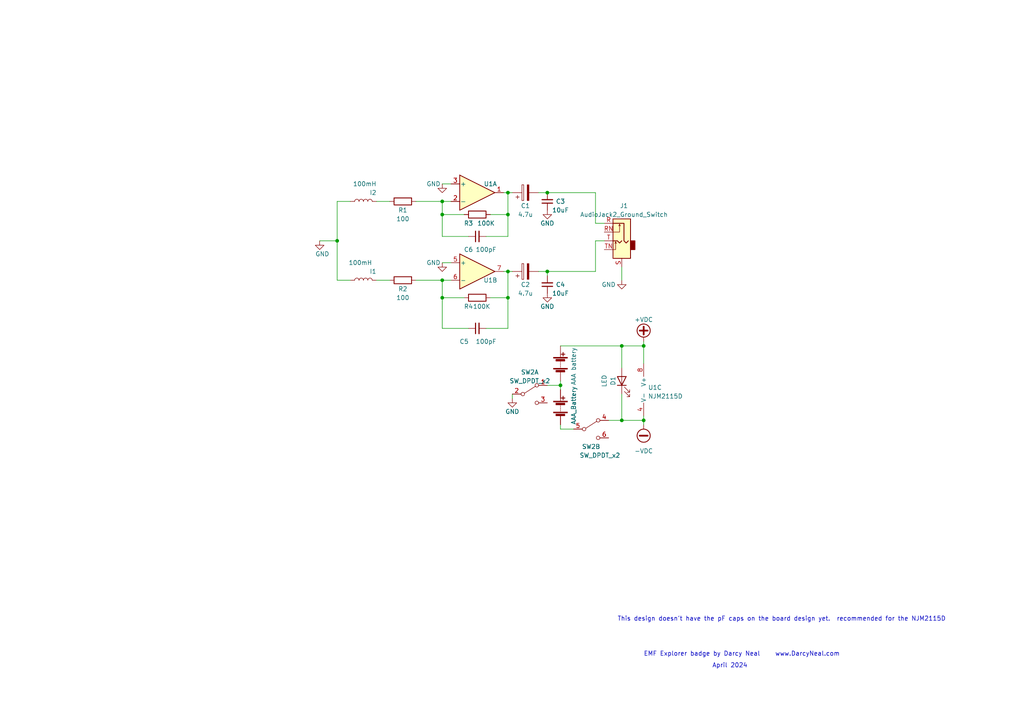
<source format=kicad_sch>
(kicad_sch (version 20230121) (generator eeschema)
  (paper "A4")
  (lib_symbols
    (symbol "Amplifier_Operational:LM358" (pin_names (offset 0.127))
      (property "Reference" "U" (at 0 5.08 0))
      (property "Value" "LM358" (at 0 -5.08 0))
      (symbol "LM358_1_1"
        (polyline (pts (xy -5.08 5.08) (xy 5.08 0) (xy -5.08 -5.08) (xy -5.08 5.08)) (stroke (width 0.254)) (fill (type background)))
        (pin output line (at 7.62 0 180) (length 2.54) (name "~") (number "1"))
        (pin input line (at -7.62 -2.54 0) (length 2.54) (name "-") (number "2"))
        (pin input line (at -7.62 2.54 0) (length 2.54) (name "+") (number "3"))
      )
      (symbol "LM358_2_1"
        (polyline (pts (xy -5.08 5.08) (xy 5.08 0) (xy -5.08 -5.08) (xy -5.08 5.08)) (stroke (width 0.254)) (fill (type background)))
        (pin input line (at -7.62 2.54 0) (length 2.54) (name "+") (number "5"))
        (pin input line (at -7.62 -2.54 0) (length 2.54) (name "-") (number "6"))
        (pin output line (at 7.62 0 180) (length 2.54) (name "~") (number "7"))
      )
      (symbol "LM358_3_1"
        (pin power_in line (at -2.54 -7.62 90) (length 3.81) (name "V-") (number "4"))
        (pin power_in line (at -2.54 7.62 270) (length 3.81) (name "V+") (number "8"))
      )
    )
    (symbol "Connector_Audio:AudioJack2_Ground_Switch"
      (property "Reference" "J1" (at -0.635 10.16 0))
      (property "Value" "AudioJack2_Ground_Switch" (at -0.635 7.62 0))
      (symbol "AudioJack2_Ground_Switch_0_1"
        (rectangle (start -2.54 -2.54) (end -3.81 0) (stroke (width 0.254)) (fill (type outline)))
        (rectangle (start 2.54 6.35) (end -2.54 -5.08) (stroke (width 0.254)) (fill (type background)))
      )
      (symbol "AudioJack2_Ground_Switch_1_1"
        (polyline (pts (xy 0.635 4.826) (xy 0.889 4.318)))
        (polyline (pts (xy 1.778 -0.254) (xy 2.032 -0.762)))
        (polyline (pts (xy 0 0) (xy 0.635 -0.635) (xy 1.27 0) (xy 2.54 0)) (stroke (width 0.254)))
        (polyline (pts (xy 2.54 -2.54) (xy 1.778 -2.54) (xy 1.778 -0.254) (xy 1.524 -0.762)))
        (polyline (pts (xy 2.54 2.54) (xy 0.635 2.54) (xy 0.635 4.826) (xy 0.381 4.318)))
        (polyline (pts (xy 2.54 5.08) (xy -0.635 5.08) (xy -0.635 0) (xy -1.27 -0.635) (xy -1.905 0)) (stroke (width 0.254)))
        (pin passive line (at 5.08 5.08 180) (length 2.54) (name "~") (number "R"))
        (pin passive line (at 5.08 2.54 180) (length 2.54) (name "~") (number "RN"))
        (pin passive line (at 0 -7.62 90) (length 2.54) (name "~") (number "S"))
        (pin passive line (at 5.08 0 180) (length 2.54) (name "~") (number "T"))
        (pin passive line (at 5.08 -2.54 180) (length 2.54) (name "~") (number "TN"))
      )
    )
    (symbol "Device:Battery" (pin_numbers hide) (pin_names (offset 0) hide)
      (property "Reference" "BT" (at 2.54 2.54 0))
      (property "Value" "Battery" (at 2.54 0 0))
      (symbol "Battery_0_1"
        (rectangle (start -2.032 -1.397) (end 2.032 -1.651) (fill (type outline)))
        (rectangle (start -2.032 1.778) (end 2.032 1.524) (fill (type outline)))
        (rectangle (start -1.3208 -1.9812) (end 1.27 -2.4892) (fill (type outline)))
        (rectangle (start -1.3208 1.1938) (end 1.27 0.6858) (fill (type outline)))
        (polyline (pts (xy 0 -1.524) (xy 0 -1.27)))
        (polyline (pts (xy 0 -1.016) (xy 0 -0.762)))
        (polyline (pts (xy 0 -0.508) (xy 0 -0.254)))
        (polyline (pts (xy 0 0) (xy 0 0.254)))
        (polyline (pts (xy 0 0.508) (xy 0 0.762)))
        (polyline (pts (xy 0 1.778) (xy 0 2.54)))
        (polyline (pts (xy 0.254 2.667) (xy 1.27 2.667)) (stroke (width 0.254)))
        (polyline (pts (xy 0.762 3.175) (xy 0.762 2.159)) (stroke (width 0.254)))
      )
      (symbol "Battery_1_1"
        (pin passive line (at 0 5.08 270) (length 2.54) (name "+") (number "1"))
        (pin passive line (at 0 -5.08 90) (length 2.54) (name "-") (number "2"))
      )
    )
    (symbol "Device:C_Polarized" (pin_numbers hide) (pin_names (offset 0.254))
      (property "Reference" "C" (at 0.635 2.54 0))
      (property "Value" "C_Polarized" (at 0.635 -2.54 0))
      (symbol "C_Polarized_0_1"
        (rectangle (start -2.286 0.508) (end 2.286 1.016))
        (polyline (pts (xy -1.778 2.286) (xy -0.762 2.286)))
        (polyline (pts (xy -1.27 2.794) (xy -1.27 1.778)))
        (rectangle (start 2.286 -0.508) (end -2.286 -1.016) (fill (type outline)))
      )
      (symbol "C_Polarized_1_1"
        (pin passive line (at 0 3.81 270) (length 2.794) (name "~") (number "1"))
        (pin passive line (at 0 -3.81 90) (length 2.794) (name "~") (number "2"))
      )
    )
    (symbol "Device:C_Small" (pin_numbers hide) (pin_names (offset 0.254) hide)
      (property "Reference" "C" (at 0.254 1.778 0))
      (property "Value" "C_Small" (at 0.254 -2.032 0))
      (symbol "C_Small_0_1"
        (polyline (pts (xy -1.524 -0.508) (xy 1.524 -0.508)) (stroke (width 0.3302)))
        (polyline (pts (xy -1.524 0.508) (xy 1.524 0.508)) (stroke (width 0.3048)))
      )
      (symbol "C_Small_1_1"
        (pin passive line (at 0 2.54 270) (length 2.032) (name "~") (number "1"))
        (pin passive line (at 0 -2.54 90) (length 2.032) (name "~") (number "2"))
      )
    )
    (symbol "Device:L" (pin_numbers hide) (pin_names (offset 1.016) hide)
      (property "Reference" "L" (at -1.27 0 90))
      (property "Value" "L" (at 1.905 0 90))
      (symbol "L_0_1"
        (arc (start 0 -2.54) (mid 0.6323 -1.905) (end 0 -1.27))
        (arc (start 0 -1.27) (mid 0.6323 -0.635) (end 0 0))
        (arc (start 0 0) (mid 0.6323 0.635) (end 0 1.27))
        (arc (start 0 1.27) (mid 0.6323 1.905) (end 0 2.54))
      )
      (symbol "L_1_1"
        (pin passive line (at 0 3.81 270) (length 1.27) (name "1") (number "1"))
        (pin passive line (at 0 -3.81 90) (length 1.27) (name "2") (number "2"))
      )
    )
    (symbol "Device:LED" (pin_numbers hide) (pin_names (offset 1.016) hide)
      (property "Reference" "D" (at 0 2.54 0))
      (property "Value" "LED" (at 0 -2.54 0))
      (symbol "LED_0_1"
        (polyline (pts (xy -1.27 -1.27) (xy -1.27 1.27)) (stroke (width 0.254)))
        (polyline (pts (xy -1.27 0) (xy 1.27 0)))
        (polyline (pts (xy 1.27 -1.27) (xy 1.27 1.27) (xy -1.27 0) (xy 1.27 -1.27)) (stroke (width 0.254)))
        (polyline (pts (xy -3.048 -0.762) (xy -4.572 -2.286) (xy -3.81 -2.286) (xy -4.572 -2.286) (xy -4.572 -1.524)))
        (polyline (pts (xy -1.778 -0.762) (xy -3.302 -2.286) (xy -2.54 -2.286) (xy -3.302 -2.286) (xy -3.302 -1.524)))
      )
      (symbol "LED_1_1"
        (pin passive line (at -3.81 0 0) (length 2.54) (name "K") (number "1"))
        (pin passive line (at 3.81 0 180) (length 2.54) (name "A") (number "2"))
      )
    )
    (symbol "Device:R" (pin_numbers hide) (pin_names (offset 0))
      (property "Reference" "R" (at 2.032 0 90))
      (property "Value" "R" (at 0 0 90))
      (symbol "R_0_1"
        (rectangle (start -1.016 -2.54) (end 1.016 2.54) (stroke (width 0.254)))
      )
      (symbol "R_1_1"
        (pin passive line (at 0 3.81 270) (length 1.27) (name "~") (number "1"))
        (pin passive line (at 0 -3.81 90) (length 1.27) (name "~") (number "2"))
      )
    )
    (symbol "SW_DPDT_x2_1" (pin_names (offset 0) hide)
      (property "Reference" "SW" (at 0 4.318 0))
      (property "Value" "SW_DPDT_x2" (at 0 -5.08 0))
      (symbol "SW_DPDT_x2_1_0_0"
        (circle (center -2.032 0) (radius 0.508))
        (circle (center 2.032 -2.54) (radius 0.508))
      )
      (symbol "SW_DPDT_x2_1_0_1"
        (polyline (pts (xy -1.524 0.254) (xy 1.651 2.286)))
        (circle (center 2.032 2.54) (radius 0.508))
      )
      (symbol "SW_DPDT_x2_1_1_1"
        (pin passive line (at 5.08 2.54 180) (length 2.54) (name "A") (number "1"))
        (pin passive line (at -5.08 0 0) (length 2.54) (name "B") (number "2"))
        (pin passive line (at 5.08 -2.54 180) (length 2.54) (name "C") (number "3"))
      )
      (symbol "SW_DPDT_x2_1_2_1"
        (pin passive line (at 5.08 2.54 180) (length 2.54) (name "A") (number "4"))
        (pin passive line (at -5.08 0 0) (length 2.54) (name "B") (number "5"))
        (pin passive line (at 5.08 -2.54 180) (length 2.54) (name "C") (number "6"))
      )
    )
    (symbol "power:+VDC" (power) (pin_names (offset 0))
      (property "Value" "+VDC" (at 0 6.35 0))
      (symbol "+VDC_0_1"
        (polyline (pts (xy -1.143 3.175) (xy 1.143 3.175)) (stroke (width 0.508)))
        (polyline (pts (xy 0 0) (xy 0 1.27)))
        (polyline (pts (xy 0 2.032) (xy 0 4.318)) (stroke (width 0.508)))
        (circle (center 0 3.175) (radius 1.905) (stroke (width 0.254)))
      )
      (symbol "+VDC_1_1"
        (pin power_in line (at 0 0 90) (length 0) hide (name "+VDC") (number "1"))
      )
    )
    (symbol "power:-VDC" (power) (pin_names (offset 0))
      (property "Value" "-VDC" (at 0 6.35 0))
      (symbol "-VDC_0_1"
        (polyline (pts (xy -1.143 3.175) (xy 1.143 3.175)) (stroke (width 0.508)))
        (polyline (pts (xy 0 0) (xy 0 1.27)))
        (circle (center 0 3.175) (radius 1.905) (stroke (width 0.254)))
      )
      (symbol "-VDC_1_1"
        (pin power_in line (at 0 0 90) (length 0) hide (name "-VDC") (number "1"))
      )
    )
    (symbol "power:GND" (power) (pin_names (offset 0))
      (property "Value" "GND" (at 0 -3.81 0))
      (symbol "GND_0_1"
        (polyline (pts (xy 0 0) (xy 0 -1.27) (xy 1.27 -1.27) (xy 0 -2.54) (xy -1.27 -1.27) (xy 0 -1.27)))
      )
      (symbol "GND_1_1"
        (pin power_in line (at 0 0 270) (length 0) hide (name "GND") (number "1"))
      )
    )
  )
  (junction (at 97.79 69.85))
  (junction (at 147.32 62.23))
  (junction (at 147.32 86.36))
  (junction (at 158.75 78.74))
  (junction (at 147.32 78.74))
  (junction (at 128.27 81.28))
  (junction (at 162.56 111.76))
  (junction (at 158.75 55.88))
  (junction (at 186.69 121.92))
  (junction (at 128.27 58.42))
  (junction (at 128.27 86.36))
  (junction (at 180.34 121.92))
  (junction (at 186.69 100.33))
  (junction (at 128.27 62.23))
  (junction (at 147.32 55.88))
  (junction (at 180.34 100.33))
  (wire (pts (xy 180.34 100.33) (xy 180.34 106.68)))
  (wire (pts (xy 128.27 95.25) (xy 128.27 86.36)))
  (wire (pts (xy 172.72 55.88) (xy 172.72 64.77)))
  (wire (pts (xy 180.34 100.33) (xy 186.69 100.33)))
  (wire (pts (xy 147.32 78.74) (xy 148.59 78.74)))
  (wire (pts (xy 109.22 58.42) (xy 113.03 58.42)))
  (wire (pts (xy 146.05 78.74) (xy 147.32 78.74)))
  (wire (pts (xy 158.75 111.76) (xy 162.56 111.76)))
  (wire (pts (xy 128.27 62.23) (xy 134.62 62.23)))
  (wire (pts (xy 162.56 100.33) (xy 180.34 100.33)))
  (wire (pts (xy 147.32 95.25) (xy 147.32 86.36)))
  (wire (pts (xy 142.24 62.23) (xy 147.32 62.23)))
  (wire (pts (xy 186.69 100.33) (xy 186.69 105.41)))
  (wire (pts (xy 162.56 111.76) (xy 162.56 113.03)))
  (wire (pts (xy 147.32 55.88) (xy 146.05 55.88)))
  (wire (pts (xy 147.32 68.58) (xy 147.32 62.23)))
  (wire (pts (xy 172.72 69.85) (xy 172.72 78.74)))
  (wire (pts (xy 176.53 121.92) (xy 180.34 121.92)))
  (wire (pts (xy 128.27 86.36) (xy 134.62 86.36)))
  (wire (pts (xy 158.75 78.74) (xy 172.72 78.74)))
  (wire (pts (xy 156.21 55.88) (xy 158.75 55.88)))
  (wire (pts (xy 186.69 99.06) (xy 186.69 100.33)))
  (wire (pts (xy 109.22 81.28) (xy 113.03 81.28)))
  (wire (pts (xy 180.34 77.47) (xy 180.34 81.28)))
  (wire (pts (xy 128.27 76.2) (xy 130.81 76.2)))
  (wire (pts (xy 147.32 55.88) (xy 148.59 55.88)))
  (wire (pts (xy 162.56 110.49) (xy 162.56 111.76)))
  (wire (pts (xy 140.97 68.58) (xy 147.32 68.58)))
  (wire (pts (xy 97.79 69.85) (xy 92.71 69.85)))
  (wire (pts (xy 128.27 58.42) (xy 128.27 62.23)))
  (wire (pts (xy 186.69 120.65) (xy 186.69 121.92)))
  (wire (pts (xy 128.27 53.34) (xy 130.81 53.34)))
  (wire (pts (xy 148.59 114.3) (xy 148.59 115.57)))
  (wire (pts (xy 186.69 121.92) (xy 186.69 123.19)))
  (wire (pts (xy 162.56 124.46) (xy 166.37 124.46)))
  (wire (pts (xy 135.89 68.58) (xy 128.27 68.58)))
  (wire (pts (xy 180.34 114.3) (xy 180.34 121.92)))
  (wire (pts (xy 158.75 55.88) (xy 172.72 55.88)))
  (wire (pts (xy 120.65 58.42) (xy 128.27 58.42)))
  (wire (pts (xy 140.97 95.25) (xy 147.32 95.25)))
  (wire (pts (xy 158.75 80.01) (xy 158.75 78.74)))
  (wire (pts (xy 128.27 68.58) (xy 128.27 62.23)))
  (wire (pts (xy 162.56 124.46) (xy 162.56 123.19)))
  (wire (pts (xy 120.65 81.28) (xy 128.27 81.28)))
  (wire (pts (xy 135.89 95.25) (xy 128.27 95.25)))
  (wire (pts (xy 156.21 78.74) (xy 158.75 78.74)))
  (wire (pts (xy 175.26 64.77) (xy 172.72 64.77)))
  (wire (pts (xy 101.6 81.28) (xy 97.79 81.28)))
  (wire (pts (xy 128.27 58.42) (xy 130.81 58.42)))
  (wire (pts (xy 147.32 62.23) (xy 147.32 55.88)))
  (wire (pts (xy 101.6 58.42) (xy 97.79 58.42)))
  (wire (pts (xy 97.79 81.28) (xy 97.79 69.85)))
  (wire (pts (xy 97.79 58.42) (xy 97.79 69.85)))
  (wire (pts (xy 147.32 86.36) (xy 147.32 78.74)))
  (wire (pts (xy 128.27 81.28) (xy 128.27 86.36)))
  (wire (pts (xy 172.72 69.85) (xy 175.26 69.85)))
  (wire (pts (xy 180.34 121.92) (xy 186.69 121.92)))
  (wire (pts (xy 128.27 81.28) (xy 130.81 81.28)))
  (wire (pts (xy 142.24 86.36) (xy 147.32 86.36)))
  (text "April 2024" (at 206.5581 193.8723 0) (effects (font (size 1.27 1.27)) (justify left bottom)))
  (text "www.DarcyNeal.com" (at 224.79 190.5 0) (effects (font (size 1.27 1.27)) (justify left bottom)))
  (text "This design doesn't have the pF caps on the board design yet.  recommended for the NJM2115D" (at 179.07 180.34 0) (effects (font (size 1.27 1.27)) (justify left bottom)))
  (text "EMF Explorer badge by Darcy Neal " (at 186.69 190.5 0) (effects (font (size 1.27 1.27)) (justify left bottom)))
  (symbol (lib_id "Device:R") (at 138.43 62.23 90) (unit 1)
    (property "Reference" "R3" (at 135.89 64.77 90))
    (property "Value" "100K" (at 140.97 64.77 90))
    (property "Footprint" "Resistor_THT:R_Axial_DIN0207_L6.3mm_D2.5mm_P7.62mm_Horizontal" (effects hide))
  )
  (symbol (lib_id "power:-VDC") (at 186.69 123.19 180) (unit 1)
    (property "Reference" "#PWR08" (effects hide))
    (property "Value" "-VDC" (at 186.69 130.81 0))
  )
  (symbol (lib_id "power:GND") (at 128.27 76.2 0) (unit 1)
    (property "Reference" "#PWR03" (effects hide))
    (property "Value" "GND" (at 125.73 76.2 0))
  )
  (symbol (lib_id "Device:C_Polarized") (at 152.4 55.88 90) (unit 1)
    (property "Reference" "C1" (at 152.4 59.69 90))
    (property "Value" "4.7u" (at 152.4 62.23 90))
    (property "Footprint" "Capacitor_THT:CP_Radial_D4.0mm_P2.54mm" (effects hide))
    (property "Sim.Device" "C" (effects hide))
    (property "Sim.Pins" "1=+ 2=-" (effects hide))
  )
  (symbol (lib_id "Device:C_Small") (at 138.43 68.58 90) (unit 1)
    (property "Reference" "C6" (at 135.89 72.39 90))
    (property "Value" "100pF" (at 140.97 72.39 90))
  )
  (symbol (lib_id "Amplifier_Operational:LM358") (at 138.43 78.74 0) (unit 2)
    (property "Reference" "U1" (at 142.24 81.28 0))
    (property "Value" "NJM2115D" (effects hide))
    (property "Footprint" "Package_DIP:DIP-8_W7.62mm" (effects hide))
    (property "Sim.Library" "/Users/DRC/Downloads/MCP6001 2.lib" (effects hide))
    (property "Sim.Name" "MCP6001" (effects hide))
    (property "Sim.Device" "SUBCKT" (effects hide))
    (property "Sim.Pins" "1=1 2=2 3=3 4=4 5=5" (effects hide))
  )
  (symbol (lib_id "Device:R") (at 138.43 86.36 90) (unit 1)
    (property "Reference" "R4" (at 135.89 88.9 90))
    (property "Value" "100K" (at 139.7 88.9 90))
    (property "Footprint" "Resistor_THT:R_Axial_DIN0207_L6.3mm_D2.5mm_P7.62mm_Horizontal" (effects hide))
  )
  (symbol (lib_id "Device:Battery") (at 162.56 105.41 0) (unit 1)
    (property "Reference" "Spring_side->1" (effects hide))
    (property "Value" "AAA battery" (at 166.37 111.76 90) (effects (justify left)))
    (property "Footprint" "Battery:BatteryHolder_Keystone_2466_1xAAA" (effects hide))
    (property "Sim.Device" "V" (effects hide))
    (property "Sim.Type" "DC" (effects hide))
    (property "Sim.Pins" "1=+ 2=-" (effects hide))
    (property "Sim.Params" "dc=1.5" (effects hide))
  )
  (symbol (lib_id "Device:R") (at 116.84 81.28 90) (unit 1)
    (property "Reference" "R2" (at 116.84 83.82 90))
    (property "Value" "100" (at 116.84 86.36 90))
    (property "Footprint" "Resistor_THT:R_Axial_DIN0207_L6.3mm_D2.5mm_P7.62mm_Horizontal" (effects hide))
    (property "Sim.Device" "R" (effects hide))
    (property "Sim.Pins" "1=+ 2=-" (effects hide))
  )
  (symbol (lib_id "Device:L") (at 105.41 81.28 90) (unit 1)
    (property "Reference" "I1" (at 109.22 78.74 90) (effects (justify left)))
    (property "Value" "100mH" (at 107.95 76.2 90) (effects (justify left)))
    (property "Footprint" "Inductor_THT:Inductor_D5.0mm_Horizontal_O3.81mm_Z9.0mm" (effects hide))
  )
  (symbol (lib_id "power:GND") (at 158.75 60.96 0) (unit 1)
    (property "Reference" "#PWR04" (effects hide))
    (property "Value" "GND" (at 158.75 64.77 0))
  )
  (symbol (lib_id "power:+VDC") (at 186.69 99.06 0) (unit 1)
    (property "Reference" "#PWR07" (effects hide))
    (property "Value" "+VDC" (at 186.69 92.71 0))
  )
  (symbol (lib_id "Device:C_Small") (at 138.43 95.25 90) (unit 1)
    (property "Reference" "C5" (at 134.62 99.06 90))
    (property "Value" "100pF" (at 140.97 99.06 90))
  )
  (symbol (lib_id "Amplifier_Operational:LM358") (at 138.43 55.88 0) (unit 1)
    (property "Reference" "U1" (at 142.24 53.34 0))
    (property "Value" "NJM2115D" (effects hide))
    (property "Footprint" "Package_DIP:DIP-8_W7.62mm" (effects hide))
    (property "Sim.Library" "/Users/DRC/Downloads/MCP6001 2.lib" (effects hide))
    (property "Sim.Name" "MCP6001" (effects hide))
    (property "Sim.Device" "SUBCKT" (effects hide))
    (property "Sim.Pins" "1=1 2=2 3=3 4=4 5=5" (effects hide))
  )
  (symbol (lib_name "SW_DPDT_x2_1") (lib_id "Switch:SW_DPDT_x2") (at 153.67 114.3 0) (unit 1)
    (property "Reference" "SW2" (at 153.67 107.95 0))
    (property "Value" "SW_DPDT_x2" (at 153.67 110.49 0))
    (property "Footprint" "Button_Switch_THT:SW_CuK_JS202011AQN_DPDT_Angled" (effects hide))
  )
  (symbol (lib_id "Device:C_Small") (at 158.75 58.42 180) (unit 1)
    (property "Reference" "C3" (at 162.56 58.42 0))
    (property "Value" "10uF" (at 162.56 60.96 0))
    (property "Footprint" "Capacitor_THT:C_Disc_D4.3mm_W1.9mm_P5.00mm" (effects hide))
    (property "Sim.Device" "C" (effects hide))
    (property "Sim.Pins" "1=+ 2=-" (effects hide))
  )
  (symbol (lib_id "power:GND") (at 158.75 85.09 0) (unit 1)
    (property "Reference" "#PWR05" (effects hide))
    (property "Value" "GND" (at 158.75 88.9 0))
  )
  (symbol (lib_id "power:GND") (at 92.71 69.85 0) (unit 1)
    (property "Reference" "#PWR01" (effects hide))
    (property "Value" "GND" (at 91.44 73.66 0) (effects (justify left)))
  )
  (symbol (lib_id "Connector_Audio:AudioJack2_Ground_Switch") (at 180.34 69.85 0) (mirror y) (unit 1)
    (property "Reference" "J1" (at 180.975 59.69 0))
    (property "Value" "AudioJack2_Ground_Switch" (at 180.975 62.23 0))
    (property "Footprint" "Connector_Audio:Jack_3.5mm_CUI_SJ1-3525N_Horizontal" (effects hide))
  )
  (symbol (lib_id "Device:L") (at 105.41 58.42 90) (unit 1)
    (property "Reference" "I2" (at 109.22 55.88 90) (effects (justify left)))
    (property "Value" "100mH" (at 109.22 53.34 90) (effects (justify left)))
    (property "Footprint" "Inductor_THT:Inductor_D5.0mm_Horizontal_O3.81mm_Z9.0mm" (effects hide))
  )
  (symbol (lib_id "Device:C_Polarized") (at 152.4 78.74 90) (unit 1)
    (property "Reference" "C2" (at 152.4 82.55 90))
    (property "Value" "4.7u" (at 152.4 85.09 90))
    (property "Footprint" "Capacitor_THT:CP_Radial_D4.0mm_P2.54mm" (effects hide))
    (property "Sim.Device" "C" (effects hide))
    (property "Sim.Pins" "1=+ 2=-" (effects hide))
  )
  (symbol (lib_id "Amplifier_Operational:LM358") (at 189.23 113.03 0) (unit 3)
    (property "Reference" "U1" (at 187.96 112.395 0) (effects (justify left)))
    (property "Value" "NJM2115D" (at 187.96 114.935 0) (effects (justify left)))
    (property "Footprint" "Package_DIP:DIP-8_W7.62mm" (effects hide))
    (property "Sim.Library" "/Users/DRC/Downloads/MCP6001 2.lib" (effects hide))
    (property "Sim.Name" "MCP6001" (effects hide))
    (property "Sim.Device" "SUBCKT" (effects hide))
    (property "Sim.Pins" "1=1 2=2 3=3 4=4 5=5" (effects hide))
  )
  (symbol (lib_id "Device:R") (at 116.84 58.42 90) (unit 1)
    (property "Reference" "R1" (at 116.84 60.96 90))
    (property "Value" "100" (at 116.84 63.5 90))
    (property "Footprint" "Resistor_THT:R_Axial_DIN0207_L6.3mm_D2.5mm_P7.62mm_Horizontal" (effects hide))
  )
  (symbol (lib_id "power:GND") (at 180.34 81.28 0) (unit 1)
    (property "Reference" "#PWR09" (effects hide))
    (property "Value" "GND" (at 176.53 82.55 0))
  )
  (symbol (lib_id "Device:LED") (at 180.34 110.49 90) (unit 1)
    (property "Reference" "D1" (at 177.8 110.49 0))
    (property "Value" "LED" (at 175.26 110.49 0))
    (property "Footprint" "LED_THT:LED_D5.0mm_Horizontal_O1.27mm_Z9.0mm" (effects hide))
  )
  (symbol (lib_name "SW_DPDT_x2_1") (lib_id "Switch:SW_DPDT_x2") (at 171.45 124.46 0) (unit 2)
    (property "Reference" "SW2" (at 171.45 129.54 0))
    (property "Value" "SW_DPDT_x2" (at 173.99 132.08 0))
    (property "Footprint" "Button_Switch_THT:SW_CuK_JS202011AQN_DPDT_Angled" (effects hide))
  )
  (symbol (lib_id "power:GND") (at 128.27 53.34 0) (unit 1)
    (property "Reference" "#PWR02" (effects hide))
    (property "Value" "GND" (at 125.73 53.34 0))
  )
  (symbol (lib_id "power:GND") (at 148.59 115.57 0) (unit 1)
    (property "Reference" "#PWR06" (effects hide))
    (property "Value" "GND" (at 148.59 119.38 0))
  )
  (symbol (lib_id "Device:Battery") (at 162.56 118.11 0) (unit 1)
    (property "Reference" "<-_Spring_side_1" (effects hide))
    (property "Value" "AAA_Battery" (at 166.37 123.19 90) (effects (justify left)))
    (property "Footprint" "Battery:BatteryHolder_Keystone_2466_1xAAA" (effects hide))
    (property "Sim.Device" "V" (effects hide))
    (property "Sim.Type" "DC" (effects hide))
    (property "Sim.Pins" "1=+ 2=-" (effects hide))
    (property "Sim.Params" "dc=1.5" (effects hide))
  )
  (symbol (lib_id "Device:C_Small") (at 158.75 82.55 180) (unit 1)
    (property "Reference" "C4" (at 162.56 82.55 0))
    (property "Value" "10uF" (at 162.56 85.09 0))
    (property "Footprint" "Capacitor_THT:C_Disc_D4.3mm_W1.9mm_P5.00mm" (effects hide))
    (property "Sim.Device" "C" (effects hide))
    (property "Sim.Pins" "1=+ 2=-" (effects hide))
  )
)
</source>
